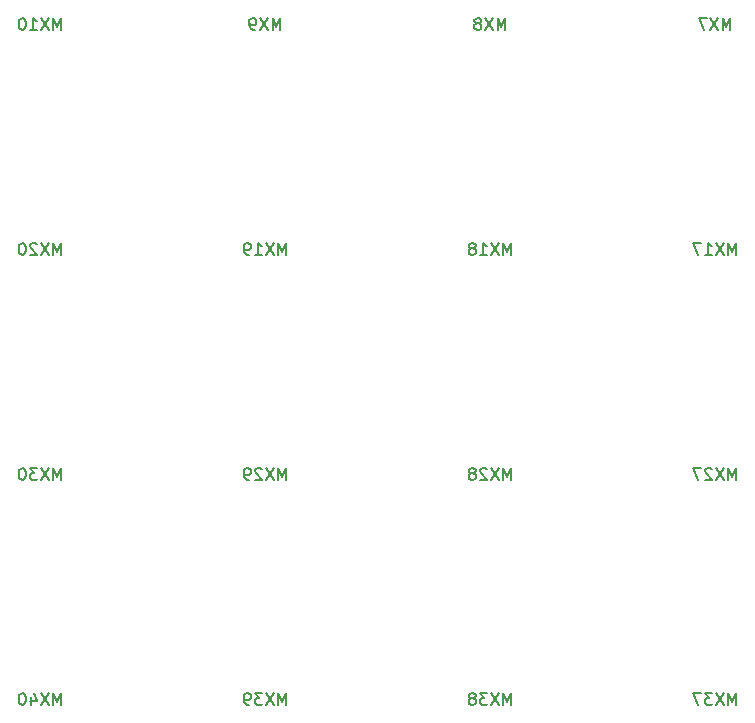
<source format=gbr>
%TF.GenerationSoftware,KiCad,Pcbnew,(5.1.9-0-10_14)*%
%TF.CreationDate,2021-04-27T17:51:09-05:00*%
%TF.ProjectId,egg-top,6567672d-746f-4702-9e6b-696361645f70,rev?*%
%TF.SameCoordinates,Original*%
%TF.FileFunction,Legend,Bot*%
%TF.FilePolarity,Positive*%
%FSLAX46Y46*%
G04 Gerber Fmt 4.6, Leading zero omitted, Abs format (unit mm)*
G04 Created by KiCad (PCBNEW (5.1.9-0-10_14)) date 2021-04-27 17:51:09*
%MOMM*%
%LPD*%
G01*
G04 APERTURE LIST*
%ADD10C,0.150000*%
G04 APERTURE END LIST*
%TO.C,MX27*%
D10*
X105743154Y-66809880D02*
X105743154Y-65809880D01*
X105409821Y-66524166D01*
X105076488Y-65809880D01*
X105076488Y-66809880D01*
X104695535Y-65809880D02*
X104028869Y-66809880D01*
X104028869Y-65809880D02*
X104695535Y-66809880D01*
X103695535Y-65905119D02*
X103647916Y-65857500D01*
X103552678Y-65809880D01*
X103314583Y-65809880D01*
X103219345Y-65857500D01*
X103171726Y-65905119D01*
X103124107Y-66000357D01*
X103124107Y-66095595D01*
X103171726Y-66238452D01*
X103743154Y-66809880D01*
X103124107Y-66809880D01*
X102790773Y-65809880D02*
X102124107Y-65809880D01*
X102552678Y-66809880D01*
%TO.C,MX39*%
X67643154Y-85859880D02*
X67643154Y-84859880D01*
X67309821Y-85574166D01*
X66976488Y-84859880D01*
X66976488Y-85859880D01*
X66595535Y-84859880D02*
X65928869Y-85859880D01*
X65928869Y-84859880D02*
X66595535Y-85859880D01*
X65643154Y-84859880D02*
X65024107Y-84859880D01*
X65357440Y-85240833D01*
X65214583Y-85240833D01*
X65119345Y-85288452D01*
X65071726Y-85336071D01*
X65024107Y-85431309D01*
X65024107Y-85669404D01*
X65071726Y-85764642D01*
X65119345Y-85812261D01*
X65214583Y-85859880D01*
X65500297Y-85859880D01*
X65595535Y-85812261D01*
X65643154Y-85764642D01*
X64547916Y-85859880D02*
X64357440Y-85859880D01*
X64262202Y-85812261D01*
X64214583Y-85764642D01*
X64119345Y-85621785D01*
X64071726Y-85431309D01*
X64071726Y-85050357D01*
X64119345Y-84955119D01*
X64166964Y-84907500D01*
X64262202Y-84859880D01*
X64452678Y-84859880D01*
X64547916Y-84907500D01*
X64595535Y-84955119D01*
X64643154Y-85050357D01*
X64643154Y-85288452D01*
X64595535Y-85383690D01*
X64547916Y-85431309D01*
X64452678Y-85478928D01*
X64262202Y-85478928D01*
X64166964Y-85431309D01*
X64119345Y-85383690D01*
X64071726Y-85288452D01*
%TO.C,MX10*%
X48593154Y-28709880D02*
X48593154Y-27709880D01*
X48259821Y-28424166D01*
X47926488Y-27709880D01*
X47926488Y-28709880D01*
X47545535Y-27709880D02*
X46878869Y-28709880D01*
X46878869Y-27709880D02*
X47545535Y-28709880D01*
X45974107Y-28709880D02*
X46545535Y-28709880D01*
X46259821Y-28709880D02*
X46259821Y-27709880D01*
X46355059Y-27852738D01*
X46450297Y-27947976D01*
X46545535Y-27995595D01*
X45355059Y-27709880D02*
X45259821Y-27709880D01*
X45164583Y-27757500D01*
X45116964Y-27805119D01*
X45069345Y-27900357D01*
X45021726Y-28090833D01*
X45021726Y-28328928D01*
X45069345Y-28519404D01*
X45116964Y-28614642D01*
X45164583Y-28662261D01*
X45259821Y-28709880D01*
X45355059Y-28709880D01*
X45450297Y-28662261D01*
X45497916Y-28614642D01*
X45545535Y-28519404D01*
X45593154Y-28328928D01*
X45593154Y-28090833D01*
X45545535Y-27900357D01*
X45497916Y-27805119D01*
X45450297Y-27757500D01*
X45355059Y-27709880D01*
%TO.C,MX40*%
X48593154Y-85859880D02*
X48593154Y-84859880D01*
X48259821Y-85574166D01*
X47926488Y-84859880D01*
X47926488Y-85859880D01*
X47545535Y-84859880D02*
X46878869Y-85859880D01*
X46878869Y-84859880D02*
X47545535Y-85859880D01*
X46069345Y-85193214D02*
X46069345Y-85859880D01*
X46307440Y-84812261D02*
X46545535Y-85526547D01*
X45926488Y-85526547D01*
X45355059Y-84859880D02*
X45259821Y-84859880D01*
X45164583Y-84907500D01*
X45116964Y-84955119D01*
X45069345Y-85050357D01*
X45021726Y-85240833D01*
X45021726Y-85478928D01*
X45069345Y-85669404D01*
X45116964Y-85764642D01*
X45164583Y-85812261D01*
X45259821Y-85859880D01*
X45355059Y-85859880D01*
X45450297Y-85812261D01*
X45497916Y-85764642D01*
X45545535Y-85669404D01*
X45593154Y-85478928D01*
X45593154Y-85240833D01*
X45545535Y-85050357D01*
X45497916Y-84955119D01*
X45450297Y-84907500D01*
X45355059Y-84859880D01*
%TO.C,MX38*%
X86693154Y-85859880D02*
X86693154Y-84859880D01*
X86359821Y-85574166D01*
X86026488Y-84859880D01*
X86026488Y-85859880D01*
X85645535Y-84859880D02*
X84978869Y-85859880D01*
X84978869Y-84859880D02*
X85645535Y-85859880D01*
X84693154Y-84859880D02*
X84074107Y-84859880D01*
X84407440Y-85240833D01*
X84264583Y-85240833D01*
X84169345Y-85288452D01*
X84121726Y-85336071D01*
X84074107Y-85431309D01*
X84074107Y-85669404D01*
X84121726Y-85764642D01*
X84169345Y-85812261D01*
X84264583Y-85859880D01*
X84550297Y-85859880D01*
X84645535Y-85812261D01*
X84693154Y-85764642D01*
X83502678Y-85288452D02*
X83597916Y-85240833D01*
X83645535Y-85193214D01*
X83693154Y-85097976D01*
X83693154Y-85050357D01*
X83645535Y-84955119D01*
X83597916Y-84907500D01*
X83502678Y-84859880D01*
X83312202Y-84859880D01*
X83216964Y-84907500D01*
X83169345Y-84955119D01*
X83121726Y-85050357D01*
X83121726Y-85097976D01*
X83169345Y-85193214D01*
X83216964Y-85240833D01*
X83312202Y-85288452D01*
X83502678Y-85288452D01*
X83597916Y-85336071D01*
X83645535Y-85383690D01*
X83693154Y-85478928D01*
X83693154Y-85669404D01*
X83645535Y-85764642D01*
X83597916Y-85812261D01*
X83502678Y-85859880D01*
X83312202Y-85859880D01*
X83216964Y-85812261D01*
X83169345Y-85764642D01*
X83121726Y-85669404D01*
X83121726Y-85478928D01*
X83169345Y-85383690D01*
X83216964Y-85336071D01*
X83312202Y-85288452D01*
%TO.C,MX37*%
X105743154Y-85859880D02*
X105743154Y-84859880D01*
X105409821Y-85574166D01*
X105076488Y-84859880D01*
X105076488Y-85859880D01*
X104695535Y-84859880D02*
X104028869Y-85859880D01*
X104028869Y-84859880D02*
X104695535Y-85859880D01*
X103743154Y-84859880D02*
X103124107Y-84859880D01*
X103457440Y-85240833D01*
X103314583Y-85240833D01*
X103219345Y-85288452D01*
X103171726Y-85336071D01*
X103124107Y-85431309D01*
X103124107Y-85669404D01*
X103171726Y-85764642D01*
X103219345Y-85812261D01*
X103314583Y-85859880D01*
X103600297Y-85859880D01*
X103695535Y-85812261D01*
X103743154Y-85764642D01*
X102790773Y-84859880D02*
X102124107Y-84859880D01*
X102552678Y-85859880D01*
%TO.C,MX30*%
X48593154Y-66809880D02*
X48593154Y-65809880D01*
X48259821Y-66524166D01*
X47926488Y-65809880D01*
X47926488Y-66809880D01*
X47545535Y-65809880D02*
X46878869Y-66809880D01*
X46878869Y-65809880D02*
X47545535Y-66809880D01*
X46593154Y-65809880D02*
X45974107Y-65809880D01*
X46307440Y-66190833D01*
X46164583Y-66190833D01*
X46069345Y-66238452D01*
X46021726Y-66286071D01*
X45974107Y-66381309D01*
X45974107Y-66619404D01*
X46021726Y-66714642D01*
X46069345Y-66762261D01*
X46164583Y-66809880D01*
X46450297Y-66809880D01*
X46545535Y-66762261D01*
X46593154Y-66714642D01*
X45355059Y-65809880D02*
X45259821Y-65809880D01*
X45164583Y-65857500D01*
X45116964Y-65905119D01*
X45069345Y-66000357D01*
X45021726Y-66190833D01*
X45021726Y-66428928D01*
X45069345Y-66619404D01*
X45116964Y-66714642D01*
X45164583Y-66762261D01*
X45259821Y-66809880D01*
X45355059Y-66809880D01*
X45450297Y-66762261D01*
X45497916Y-66714642D01*
X45545535Y-66619404D01*
X45593154Y-66428928D01*
X45593154Y-66190833D01*
X45545535Y-66000357D01*
X45497916Y-65905119D01*
X45450297Y-65857500D01*
X45355059Y-65809880D01*
%TO.C,MX29*%
X67643154Y-66809880D02*
X67643154Y-65809880D01*
X67309821Y-66524166D01*
X66976488Y-65809880D01*
X66976488Y-66809880D01*
X66595535Y-65809880D02*
X65928869Y-66809880D01*
X65928869Y-65809880D02*
X66595535Y-66809880D01*
X65595535Y-65905119D02*
X65547916Y-65857500D01*
X65452678Y-65809880D01*
X65214583Y-65809880D01*
X65119345Y-65857500D01*
X65071726Y-65905119D01*
X65024107Y-66000357D01*
X65024107Y-66095595D01*
X65071726Y-66238452D01*
X65643154Y-66809880D01*
X65024107Y-66809880D01*
X64547916Y-66809880D02*
X64357440Y-66809880D01*
X64262202Y-66762261D01*
X64214583Y-66714642D01*
X64119345Y-66571785D01*
X64071726Y-66381309D01*
X64071726Y-66000357D01*
X64119345Y-65905119D01*
X64166964Y-65857500D01*
X64262202Y-65809880D01*
X64452678Y-65809880D01*
X64547916Y-65857500D01*
X64595535Y-65905119D01*
X64643154Y-66000357D01*
X64643154Y-66238452D01*
X64595535Y-66333690D01*
X64547916Y-66381309D01*
X64452678Y-66428928D01*
X64262202Y-66428928D01*
X64166964Y-66381309D01*
X64119345Y-66333690D01*
X64071726Y-66238452D01*
%TO.C,MX28*%
X86693154Y-66809880D02*
X86693154Y-65809880D01*
X86359821Y-66524166D01*
X86026488Y-65809880D01*
X86026488Y-66809880D01*
X85645535Y-65809880D02*
X84978869Y-66809880D01*
X84978869Y-65809880D02*
X85645535Y-66809880D01*
X84645535Y-65905119D02*
X84597916Y-65857500D01*
X84502678Y-65809880D01*
X84264583Y-65809880D01*
X84169345Y-65857500D01*
X84121726Y-65905119D01*
X84074107Y-66000357D01*
X84074107Y-66095595D01*
X84121726Y-66238452D01*
X84693154Y-66809880D01*
X84074107Y-66809880D01*
X83502678Y-66238452D02*
X83597916Y-66190833D01*
X83645535Y-66143214D01*
X83693154Y-66047976D01*
X83693154Y-66000357D01*
X83645535Y-65905119D01*
X83597916Y-65857500D01*
X83502678Y-65809880D01*
X83312202Y-65809880D01*
X83216964Y-65857500D01*
X83169345Y-65905119D01*
X83121726Y-66000357D01*
X83121726Y-66047976D01*
X83169345Y-66143214D01*
X83216964Y-66190833D01*
X83312202Y-66238452D01*
X83502678Y-66238452D01*
X83597916Y-66286071D01*
X83645535Y-66333690D01*
X83693154Y-66428928D01*
X83693154Y-66619404D01*
X83645535Y-66714642D01*
X83597916Y-66762261D01*
X83502678Y-66809880D01*
X83312202Y-66809880D01*
X83216964Y-66762261D01*
X83169345Y-66714642D01*
X83121726Y-66619404D01*
X83121726Y-66428928D01*
X83169345Y-66333690D01*
X83216964Y-66286071D01*
X83312202Y-66238452D01*
%TO.C,MX20*%
X48593154Y-47759880D02*
X48593154Y-46759880D01*
X48259821Y-47474166D01*
X47926488Y-46759880D01*
X47926488Y-47759880D01*
X47545535Y-46759880D02*
X46878869Y-47759880D01*
X46878869Y-46759880D02*
X47545535Y-47759880D01*
X46545535Y-46855119D02*
X46497916Y-46807500D01*
X46402678Y-46759880D01*
X46164583Y-46759880D01*
X46069345Y-46807500D01*
X46021726Y-46855119D01*
X45974107Y-46950357D01*
X45974107Y-47045595D01*
X46021726Y-47188452D01*
X46593154Y-47759880D01*
X45974107Y-47759880D01*
X45355059Y-46759880D02*
X45259821Y-46759880D01*
X45164583Y-46807500D01*
X45116964Y-46855119D01*
X45069345Y-46950357D01*
X45021726Y-47140833D01*
X45021726Y-47378928D01*
X45069345Y-47569404D01*
X45116964Y-47664642D01*
X45164583Y-47712261D01*
X45259821Y-47759880D01*
X45355059Y-47759880D01*
X45450297Y-47712261D01*
X45497916Y-47664642D01*
X45545535Y-47569404D01*
X45593154Y-47378928D01*
X45593154Y-47140833D01*
X45545535Y-46950357D01*
X45497916Y-46855119D01*
X45450297Y-46807500D01*
X45355059Y-46759880D01*
%TO.C,MX19*%
X67643154Y-47759880D02*
X67643154Y-46759880D01*
X67309821Y-47474166D01*
X66976488Y-46759880D01*
X66976488Y-47759880D01*
X66595535Y-46759880D02*
X65928869Y-47759880D01*
X65928869Y-46759880D02*
X66595535Y-47759880D01*
X65024107Y-47759880D02*
X65595535Y-47759880D01*
X65309821Y-47759880D02*
X65309821Y-46759880D01*
X65405059Y-46902738D01*
X65500297Y-46997976D01*
X65595535Y-47045595D01*
X64547916Y-47759880D02*
X64357440Y-47759880D01*
X64262202Y-47712261D01*
X64214583Y-47664642D01*
X64119345Y-47521785D01*
X64071726Y-47331309D01*
X64071726Y-46950357D01*
X64119345Y-46855119D01*
X64166964Y-46807500D01*
X64262202Y-46759880D01*
X64452678Y-46759880D01*
X64547916Y-46807500D01*
X64595535Y-46855119D01*
X64643154Y-46950357D01*
X64643154Y-47188452D01*
X64595535Y-47283690D01*
X64547916Y-47331309D01*
X64452678Y-47378928D01*
X64262202Y-47378928D01*
X64166964Y-47331309D01*
X64119345Y-47283690D01*
X64071726Y-47188452D01*
%TO.C,MX18*%
X86693154Y-47759880D02*
X86693154Y-46759880D01*
X86359821Y-47474166D01*
X86026488Y-46759880D01*
X86026488Y-47759880D01*
X85645535Y-46759880D02*
X84978869Y-47759880D01*
X84978869Y-46759880D02*
X85645535Y-47759880D01*
X84074107Y-47759880D02*
X84645535Y-47759880D01*
X84359821Y-47759880D02*
X84359821Y-46759880D01*
X84455059Y-46902738D01*
X84550297Y-46997976D01*
X84645535Y-47045595D01*
X83502678Y-47188452D02*
X83597916Y-47140833D01*
X83645535Y-47093214D01*
X83693154Y-46997976D01*
X83693154Y-46950357D01*
X83645535Y-46855119D01*
X83597916Y-46807500D01*
X83502678Y-46759880D01*
X83312202Y-46759880D01*
X83216964Y-46807500D01*
X83169345Y-46855119D01*
X83121726Y-46950357D01*
X83121726Y-46997976D01*
X83169345Y-47093214D01*
X83216964Y-47140833D01*
X83312202Y-47188452D01*
X83502678Y-47188452D01*
X83597916Y-47236071D01*
X83645535Y-47283690D01*
X83693154Y-47378928D01*
X83693154Y-47569404D01*
X83645535Y-47664642D01*
X83597916Y-47712261D01*
X83502678Y-47759880D01*
X83312202Y-47759880D01*
X83216964Y-47712261D01*
X83169345Y-47664642D01*
X83121726Y-47569404D01*
X83121726Y-47378928D01*
X83169345Y-47283690D01*
X83216964Y-47236071D01*
X83312202Y-47188452D01*
%TO.C,MX17*%
X105743154Y-47759880D02*
X105743154Y-46759880D01*
X105409821Y-47474166D01*
X105076488Y-46759880D01*
X105076488Y-47759880D01*
X104695535Y-46759880D02*
X104028869Y-47759880D01*
X104028869Y-46759880D02*
X104695535Y-47759880D01*
X103124107Y-47759880D02*
X103695535Y-47759880D01*
X103409821Y-47759880D02*
X103409821Y-46759880D01*
X103505059Y-46902738D01*
X103600297Y-46997976D01*
X103695535Y-47045595D01*
X102790773Y-46759880D02*
X102124107Y-46759880D01*
X102552678Y-47759880D01*
%TO.C,MX9*%
X67166964Y-28709880D02*
X67166964Y-27709880D01*
X66833630Y-28424166D01*
X66500297Y-27709880D01*
X66500297Y-28709880D01*
X66119345Y-27709880D02*
X65452678Y-28709880D01*
X65452678Y-27709880D02*
X66119345Y-28709880D01*
X65024107Y-28709880D02*
X64833630Y-28709880D01*
X64738392Y-28662261D01*
X64690773Y-28614642D01*
X64595535Y-28471785D01*
X64547916Y-28281309D01*
X64547916Y-27900357D01*
X64595535Y-27805119D01*
X64643154Y-27757500D01*
X64738392Y-27709880D01*
X64928869Y-27709880D01*
X65024107Y-27757500D01*
X65071726Y-27805119D01*
X65119345Y-27900357D01*
X65119345Y-28138452D01*
X65071726Y-28233690D01*
X65024107Y-28281309D01*
X64928869Y-28328928D01*
X64738392Y-28328928D01*
X64643154Y-28281309D01*
X64595535Y-28233690D01*
X64547916Y-28138452D01*
%TO.C,MX8*%
X86216964Y-28709880D02*
X86216964Y-27709880D01*
X85883630Y-28424166D01*
X85550297Y-27709880D01*
X85550297Y-28709880D01*
X85169345Y-27709880D02*
X84502678Y-28709880D01*
X84502678Y-27709880D02*
X85169345Y-28709880D01*
X83978869Y-28138452D02*
X84074107Y-28090833D01*
X84121726Y-28043214D01*
X84169345Y-27947976D01*
X84169345Y-27900357D01*
X84121726Y-27805119D01*
X84074107Y-27757500D01*
X83978869Y-27709880D01*
X83788392Y-27709880D01*
X83693154Y-27757500D01*
X83645535Y-27805119D01*
X83597916Y-27900357D01*
X83597916Y-27947976D01*
X83645535Y-28043214D01*
X83693154Y-28090833D01*
X83788392Y-28138452D01*
X83978869Y-28138452D01*
X84074107Y-28186071D01*
X84121726Y-28233690D01*
X84169345Y-28328928D01*
X84169345Y-28519404D01*
X84121726Y-28614642D01*
X84074107Y-28662261D01*
X83978869Y-28709880D01*
X83788392Y-28709880D01*
X83693154Y-28662261D01*
X83645535Y-28614642D01*
X83597916Y-28519404D01*
X83597916Y-28328928D01*
X83645535Y-28233690D01*
X83693154Y-28186071D01*
X83788392Y-28138452D01*
%TO.C,MX7*%
X105266964Y-28709880D02*
X105266964Y-27709880D01*
X104933630Y-28424166D01*
X104600297Y-27709880D01*
X104600297Y-28709880D01*
X104219345Y-27709880D02*
X103552678Y-28709880D01*
X103552678Y-27709880D02*
X104219345Y-28709880D01*
X103266964Y-27709880D02*
X102600297Y-27709880D01*
X103028869Y-28709880D01*
%TD*%
M02*

</source>
